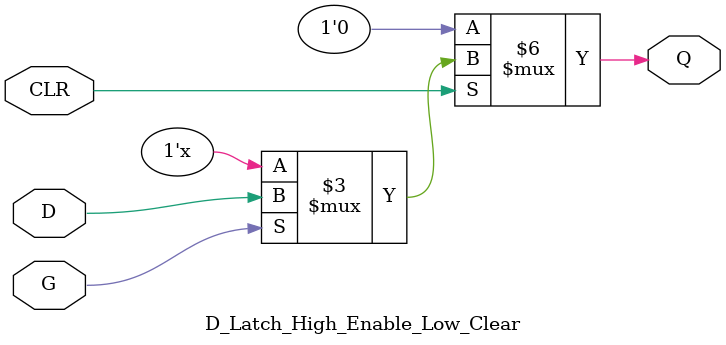
<source format=v>
module D_Latch_High_Enable_Low_Clear (input D,G,CLR,output reg Q);
always @(*) begin
    if (!CLR)     Q <= 0;
    else if (G)   Q <= D;
end
endmodule
</source>
